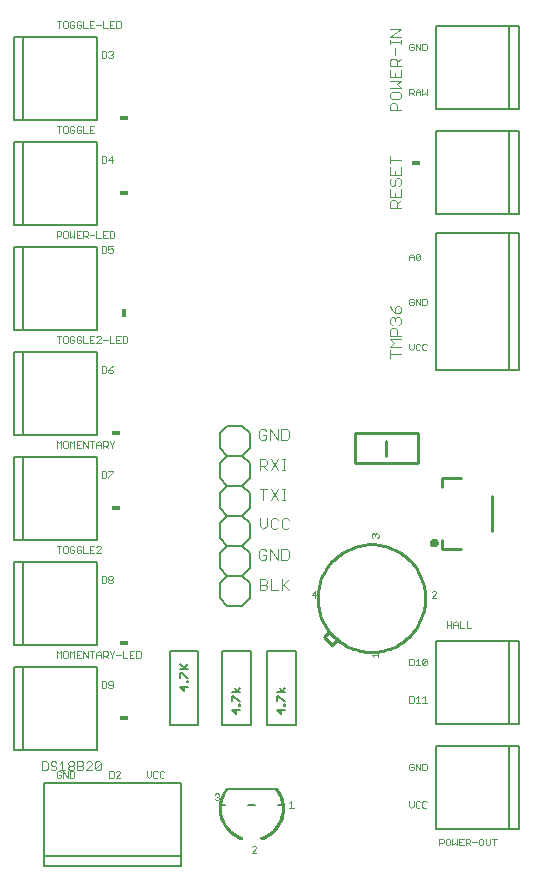
<source format=gto>
G75*
%MOIN*%
%OFA0B0*%
%FSLAX24Y24*%
%IPPOS*%
%LPD*%
%AMOC8*
5,1,8,0,0,1.08239X$1,22.5*
%
%ADD10C,0.0030*%
%ADD11C,0.0020*%
%ADD12C,0.0080*%
%ADD13C,0.0008*%
%ADD14C,0.0100*%
%ADD15C,0.0050*%
%ADD16C,0.0157*%
%ADD17R,0.0300X0.0180*%
%ADD18R,0.0180X0.0300*%
D10*
X001115Y003365D02*
X001260Y003365D01*
X001308Y003413D01*
X001308Y003607D01*
X001260Y003655D01*
X001115Y003655D01*
X001115Y003365D01*
X001410Y003413D02*
X001458Y003365D01*
X001555Y003365D01*
X001603Y003413D01*
X001603Y003462D01*
X001555Y003510D01*
X001458Y003510D01*
X001410Y003558D01*
X001410Y003607D01*
X001458Y003655D01*
X001555Y003655D01*
X001603Y003607D01*
X001704Y003558D02*
X001801Y003655D01*
X001801Y003365D01*
X001704Y003365D02*
X001898Y003365D01*
X001999Y003413D02*
X001999Y003462D01*
X002047Y003510D01*
X002144Y003510D01*
X002192Y003462D01*
X002192Y003413D01*
X002144Y003365D01*
X002047Y003365D01*
X001999Y003413D01*
X002047Y003510D02*
X001999Y003558D01*
X001999Y003607D01*
X002047Y003655D01*
X002144Y003655D01*
X002192Y003607D01*
X002192Y003558D01*
X002144Y003510D01*
X002294Y003510D02*
X002439Y003510D01*
X002487Y003462D01*
X002487Y003413D01*
X002439Y003365D01*
X002294Y003365D01*
X002294Y003655D01*
X002439Y003655D01*
X002487Y003607D01*
X002487Y003558D01*
X002439Y003510D01*
X002588Y003607D02*
X002637Y003655D01*
X002733Y003655D01*
X002782Y003607D01*
X002782Y003558D01*
X002588Y003365D01*
X002782Y003365D01*
X002883Y003413D02*
X003076Y003607D01*
X003076Y003413D01*
X003028Y003365D01*
X002931Y003365D01*
X002883Y003413D01*
X002883Y003607D01*
X002931Y003655D01*
X003028Y003655D01*
X003076Y003607D01*
X008375Y009365D02*
X008560Y009365D01*
X008622Y009427D01*
X008622Y009488D01*
X008560Y009550D01*
X008375Y009550D01*
X008375Y009365D02*
X008375Y009735D01*
X008560Y009735D01*
X008622Y009674D01*
X008622Y009612D01*
X008560Y009550D01*
X008743Y009365D02*
X008990Y009365D01*
X009112Y009365D02*
X009112Y009735D01*
X009173Y009550D02*
X009359Y009365D01*
X009112Y009488D02*
X009359Y009735D01*
X009277Y010365D02*
X009092Y010365D01*
X009092Y010735D01*
X009277Y010735D01*
X009339Y010674D01*
X009339Y010427D01*
X009277Y010365D01*
X008970Y010365D02*
X008970Y010735D01*
X008723Y010735D02*
X008970Y010365D01*
X008723Y010365D02*
X008723Y010735D01*
X008602Y010674D02*
X008540Y010735D01*
X008417Y010735D01*
X008355Y010674D01*
X008355Y010427D01*
X008417Y010365D01*
X008540Y010365D01*
X008602Y010427D01*
X008602Y010550D01*
X008478Y010550D01*
X008498Y011395D02*
X008622Y011518D01*
X008622Y011765D01*
X008743Y011704D02*
X008743Y011457D01*
X008805Y011395D01*
X008928Y011395D01*
X008990Y011457D01*
X009112Y011457D02*
X009173Y011395D01*
X009297Y011395D01*
X009359Y011457D01*
X009359Y011704D02*
X009297Y011765D01*
X009173Y011765D01*
X009112Y011704D01*
X009112Y011457D01*
X008990Y011704D02*
X008928Y011765D01*
X008805Y011765D01*
X008743Y011704D01*
X008498Y011395D02*
X008375Y011518D01*
X008375Y011765D01*
X008498Y012365D02*
X008498Y012735D01*
X008375Y012735D02*
X008622Y012735D01*
X008743Y012735D02*
X008990Y012365D01*
X009112Y012365D02*
X009235Y012365D01*
X009173Y012365D02*
X009173Y012735D01*
X009112Y012735D02*
X009235Y012735D01*
X008990Y012735D02*
X008743Y012365D01*
X008743Y013375D02*
X008990Y013745D01*
X009112Y013745D02*
X009235Y013745D01*
X009173Y013745D02*
X009173Y013375D01*
X009112Y013375D02*
X009235Y013375D01*
X008990Y013375D02*
X008743Y013745D01*
X008622Y013684D02*
X008622Y013560D01*
X008560Y013498D01*
X008375Y013498D01*
X008375Y013375D02*
X008375Y013745D01*
X008560Y013745D01*
X008622Y013684D01*
X008498Y013498D02*
X008622Y013375D01*
X008540Y014365D02*
X008417Y014365D01*
X008355Y014427D01*
X008355Y014674D01*
X008417Y014735D01*
X008540Y014735D01*
X008602Y014674D01*
X008602Y014550D02*
X008478Y014550D01*
X008602Y014550D02*
X008602Y014427D01*
X008540Y014365D01*
X008723Y014365D02*
X008723Y014735D01*
X008970Y014365D01*
X008970Y014735D01*
X009092Y014735D02*
X009277Y014735D01*
X009339Y014674D01*
X009339Y014427D01*
X009277Y014365D01*
X009092Y014365D01*
X009092Y014735D01*
X008743Y009735D02*
X008743Y009365D01*
X012715Y017115D02*
X012715Y017362D01*
X012715Y017483D02*
X012838Y017607D01*
X012715Y017730D01*
X013085Y017730D01*
X013085Y017852D02*
X012715Y017852D01*
X012715Y018037D01*
X012776Y018099D01*
X012900Y018099D01*
X012962Y018037D01*
X012962Y017852D01*
X013023Y018220D02*
X013085Y018282D01*
X013085Y018405D01*
X013023Y018467D01*
X012962Y018467D01*
X012900Y018405D01*
X012900Y018343D01*
X012900Y018405D02*
X012838Y018467D01*
X012776Y018467D01*
X012715Y018405D01*
X012715Y018282D01*
X012776Y018220D01*
X012900Y018588D02*
X012900Y018773D01*
X012962Y018835D01*
X013023Y018835D01*
X013085Y018773D01*
X013085Y018650D01*
X013023Y018588D01*
X012900Y018588D01*
X012776Y018712D01*
X012715Y018835D01*
X012715Y017483D02*
X013085Y017483D01*
X013085Y017238D02*
X012715Y017238D01*
X012715Y022115D02*
X012715Y022300D01*
X012776Y022362D01*
X012900Y022362D01*
X012962Y022300D01*
X012962Y022115D01*
X013085Y022115D02*
X012715Y022115D01*
X012715Y022483D02*
X013085Y022483D01*
X013085Y022730D01*
X013023Y022852D02*
X013085Y022913D01*
X013085Y023037D01*
X013023Y023099D01*
X012962Y023099D01*
X012900Y023037D01*
X012900Y022913D01*
X012838Y022852D01*
X012776Y022852D01*
X012715Y022913D01*
X012715Y023037D01*
X012776Y023099D01*
X012715Y023220D02*
X012715Y023467D01*
X012715Y023588D02*
X012715Y023835D01*
X012715Y023712D02*
X013085Y023712D01*
X013085Y023467D02*
X013085Y023220D01*
X012715Y023220D01*
X012900Y023220D02*
X012900Y023343D01*
X012715Y022730D02*
X012715Y022483D01*
X012900Y022483D02*
X012900Y022607D01*
X013085Y022362D02*
X012962Y022238D01*
X012962Y025365D02*
X012962Y025550D01*
X012900Y025612D01*
X012776Y025612D01*
X012715Y025550D01*
X012715Y025365D01*
X013085Y025365D01*
X013023Y025733D02*
X013085Y025795D01*
X013085Y025918D01*
X013023Y025980D01*
X012776Y025980D01*
X012715Y025918D01*
X012715Y025795D01*
X012776Y025733D01*
X013023Y025733D01*
X013085Y026102D02*
X012962Y026225D01*
X013085Y026349D01*
X012715Y026349D01*
X012715Y026470D02*
X013085Y026470D01*
X013085Y026717D01*
X013085Y026838D02*
X012715Y026838D01*
X012715Y027023D01*
X012776Y027085D01*
X012900Y027085D01*
X012962Y027023D01*
X012962Y026838D01*
X012962Y026962D02*
X013085Y027085D01*
X012900Y027207D02*
X012900Y027453D01*
X013085Y027575D02*
X013085Y027698D01*
X013085Y027637D02*
X012715Y027637D01*
X012715Y027698D02*
X012715Y027575D01*
X012715Y027820D02*
X013085Y028067D01*
X012715Y028067D01*
X012715Y027820D02*
X013085Y027820D01*
X012715Y026717D02*
X012715Y026470D01*
X012900Y026470D02*
X012900Y026593D01*
X012715Y026102D02*
X013085Y026102D01*
D11*
X013360Y026080D02*
X013470Y026080D01*
X013507Y026043D01*
X013507Y025970D01*
X013470Y025933D01*
X013360Y025933D01*
X013360Y025860D02*
X013360Y026080D01*
X013433Y025933D02*
X013507Y025860D01*
X013581Y025860D02*
X013581Y026007D01*
X013654Y026080D01*
X013728Y026007D01*
X013728Y025860D01*
X013802Y025860D02*
X013875Y025933D01*
X013949Y025860D01*
X013949Y026080D01*
X013802Y026080D02*
X013802Y025860D01*
X013728Y025970D02*
X013581Y025970D01*
X013581Y027360D02*
X013581Y027580D01*
X013728Y027360D01*
X013728Y027580D01*
X013802Y027580D02*
X013802Y027360D01*
X013912Y027360D01*
X013949Y027397D01*
X013949Y027543D01*
X013912Y027580D01*
X013802Y027580D01*
X013507Y027543D02*
X013470Y027580D01*
X013397Y027580D01*
X013360Y027543D01*
X013360Y027397D01*
X013397Y027360D01*
X013470Y027360D01*
X013507Y027397D01*
X013507Y027470D01*
X013433Y027470D01*
X013433Y020580D02*
X013360Y020507D01*
X013360Y020360D01*
X013360Y020470D02*
X013507Y020470D01*
X013507Y020507D02*
X013507Y020360D01*
X013581Y020397D02*
X013728Y020543D01*
X013728Y020397D01*
X013691Y020360D01*
X013618Y020360D01*
X013581Y020397D01*
X013581Y020543D01*
X013618Y020580D01*
X013691Y020580D01*
X013728Y020543D01*
X013507Y020507D02*
X013433Y020580D01*
X013397Y019080D02*
X013360Y019043D01*
X013360Y018897D01*
X013397Y018860D01*
X013470Y018860D01*
X013507Y018897D01*
X013507Y018970D01*
X013433Y018970D01*
X013507Y019043D02*
X013470Y019080D01*
X013397Y019080D01*
X013581Y019080D02*
X013581Y018860D01*
X013728Y018860D02*
X013581Y019080D01*
X013728Y019080D02*
X013728Y018860D01*
X013802Y018860D02*
X013802Y019080D01*
X013912Y019080D01*
X013949Y019043D01*
X013949Y018897D01*
X013912Y018860D01*
X013802Y018860D01*
X013839Y017580D02*
X013802Y017543D01*
X013802Y017397D01*
X013839Y017360D01*
X013912Y017360D01*
X013949Y017397D01*
X013949Y017543D02*
X013912Y017580D01*
X013839Y017580D01*
X013728Y017543D02*
X013691Y017580D01*
X013618Y017580D01*
X013581Y017543D01*
X013581Y017397D01*
X013618Y017360D01*
X013691Y017360D01*
X013728Y017397D01*
X013507Y017433D02*
X013507Y017580D01*
X013507Y017433D02*
X013433Y017360D01*
X013360Y017433D01*
X013360Y017580D01*
X012303Y011257D02*
X012340Y011220D01*
X012340Y011147D01*
X012303Y011110D01*
X012230Y011183D02*
X012230Y011220D01*
X012267Y011257D01*
X012303Y011257D01*
X012230Y011220D02*
X012193Y011257D01*
X012157Y011257D01*
X012120Y011220D01*
X012120Y011147D01*
X012157Y011110D01*
X010220Y009330D02*
X010220Y009110D01*
X010257Y009220D02*
X010110Y009220D01*
X010220Y009330D01*
X012110Y007212D02*
X012183Y007139D01*
X012110Y007212D02*
X012330Y007212D01*
X012330Y007139D02*
X012330Y007286D01*
X013360Y007080D02*
X013360Y006860D01*
X013470Y006860D01*
X013507Y006897D01*
X013507Y007043D01*
X013470Y007080D01*
X013360Y007080D01*
X013581Y007007D02*
X013654Y007080D01*
X013654Y006860D01*
X013581Y006860D02*
X013728Y006860D01*
X013802Y006897D02*
X013949Y007043D01*
X013949Y006897D01*
X013912Y006860D01*
X013839Y006860D01*
X013802Y006897D01*
X013802Y007043D01*
X013839Y007080D01*
X013912Y007080D01*
X013949Y007043D01*
X013875Y005830D02*
X013875Y005610D01*
X013802Y005610D02*
X013949Y005610D01*
X013802Y005757D02*
X013875Y005830D01*
X013654Y005830D02*
X013654Y005610D01*
X013581Y005610D02*
X013728Y005610D01*
X013581Y005757D02*
X013654Y005830D01*
X013507Y005793D02*
X013507Y005647D01*
X013470Y005610D01*
X013360Y005610D01*
X013360Y005830D01*
X013470Y005830D01*
X013507Y005793D01*
X013470Y003580D02*
X013397Y003580D01*
X013360Y003543D01*
X013360Y003397D01*
X013397Y003360D01*
X013470Y003360D01*
X013507Y003397D01*
X013507Y003470D01*
X013433Y003470D01*
X013507Y003543D02*
X013470Y003580D01*
X013581Y003580D02*
X013728Y003360D01*
X013728Y003580D01*
X013802Y003580D02*
X013802Y003360D01*
X013912Y003360D01*
X013949Y003397D01*
X013949Y003543D01*
X013912Y003580D01*
X013802Y003580D01*
X013581Y003580D02*
X013581Y003360D01*
X013618Y002330D02*
X013581Y002293D01*
X013581Y002147D01*
X013618Y002110D01*
X013691Y002110D01*
X013728Y002147D01*
X013802Y002147D02*
X013839Y002110D01*
X013912Y002110D01*
X013949Y002147D01*
X013949Y002293D02*
X013912Y002330D01*
X013839Y002330D01*
X013802Y002293D01*
X013802Y002147D01*
X013728Y002293D02*
X013691Y002330D01*
X013618Y002330D01*
X013507Y002330D02*
X013507Y002183D01*
X013433Y002110D01*
X013360Y002183D01*
X013360Y002330D01*
X014360Y001080D02*
X014360Y000860D01*
X014360Y000933D02*
X014470Y000933D01*
X014507Y000970D01*
X014507Y001043D01*
X014470Y001080D01*
X014360Y001080D01*
X014581Y001043D02*
X014581Y000897D01*
X014618Y000860D01*
X014691Y000860D01*
X014728Y000897D01*
X014728Y001043D01*
X014691Y001080D01*
X014618Y001080D01*
X014581Y001043D01*
X014802Y001080D02*
X014802Y000860D01*
X014875Y000933D01*
X014949Y000860D01*
X014949Y001080D01*
X015023Y001080D02*
X015023Y000860D01*
X015170Y000860D01*
X015244Y000860D02*
X015244Y001080D01*
X015354Y001080D01*
X015391Y001043D01*
X015391Y000970D01*
X015354Y000933D01*
X015244Y000933D01*
X015317Y000933D02*
X015391Y000860D01*
X015465Y000970D02*
X015612Y000970D01*
X015686Y000897D02*
X015723Y000860D01*
X015796Y000860D01*
X015833Y000897D01*
X015833Y001043D01*
X015796Y001080D01*
X015723Y001080D01*
X015686Y001043D01*
X015686Y000897D01*
X015907Y000897D02*
X015944Y000860D01*
X016017Y000860D01*
X016054Y000897D01*
X016054Y001080D01*
X016128Y001080D02*
X016275Y001080D01*
X016201Y001080D02*
X016201Y000860D01*
X015907Y000897D02*
X015907Y001080D01*
X015170Y001080D02*
X015023Y001080D01*
X015023Y000970D02*
X015096Y000970D01*
X015052Y008110D02*
X015199Y008110D01*
X015273Y008110D02*
X015420Y008110D01*
X015273Y008110D02*
X015273Y008330D01*
X015052Y008330D02*
X015052Y008110D01*
X014978Y008110D02*
X014978Y008257D01*
X014904Y008330D01*
X014831Y008257D01*
X014831Y008110D01*
X014757Y008110D02*
X014757Y008330D01*
X014757Y008220D02*
X014610Y008220D01*
X014610Y008110D02*
X014610Y008330D01*
X014831Y008220D02*
X014978Y008220D01*
X014257Y009110D02*
X014110Y009110D01*
X014257Y009257D01*
X014257Y009293D01*
X014220Y009330D01*
X014147Y009330D01*
X014110Y009293D01*
X009507Y002110D02*
X009360Y002110D01*
X009433Y002110D02*
X009433Y002330D01*
X009360Y002257D01*
X008220Y000830D02*
X008257Y000793D01*
X008257Y000757D01*
X008110Y000610D01*
X008257Y000610D01*
X008220Y000830D02*
X008147Y000830D01*
X008110Y000793D01*
X006999Y002370D02*
X006926Y002370D01*
X006889Y002407D01*
X006962Y002480D02*
X006999Y002480D01*
X007036Y002443D01*
X007036Y002407D01*
X006999Y002370D01*
X006999Y002480D02*
X007036Y002517D01*
X007036Y002553D01*
X006999Y002590D01*
X006926Y002590D01*
X006889Y002553D01*
X005199Y003147D02*
X005162Y003110D01*
X005089Y003110D01*
X005052Y003147D01*
X005052Y003293D01*
X005089Y003330D01*
X005162Y003330D01*
X005199Y003293D01*
X004978Y003293D02*
X004941Y003330D01*
X004868Y003330D01*
X004831Y003293D01*
X004831Y003147D01*
X004868Y003110D01*
X004941Y003110D01*
X004978Y003147D01*
X004757Y003183D02*
X004757Y003330D01*
X004757Y003183D02*
X004683Y003110D01*
X004610Y003183D01*
X004610Y003330D01*
X003728Y003293D02*
X003691Y003330D01*
X003618Y003330D01*
X003581Y003293D01*
X003507Y003293D02*
X003470Y003330D01*
X003360Y003330D01*
X003360Y003110D01*
X003470Y003110D01*
X003507Y003147D01*
X003507Y003293D01*
X003581Y003110D02*
X003728Y003257D01*
X003728Y003293D01*
X003728Y003110D02*
X003581Y003110D01*
X002199Y003147D02*
X002199Y003293D01*
X002162Y003330D01*
X002052Y003330D01*
X002052Y003110D01*
X002162Y003110D01*
X002199Y003147D01*
X001978Y003110D02*
X001978Y003330D01*
X001831Y003330D02*
X001831Y003110D01*
X001757Y003147D02*
X001757Y003220D01*
X001683Y003220D01*
X001610Y003293D02*
X001610Y003147D01*
X001647Y003110D01*
X001720Y003110D01*
X001757Y003147D01*
X001757Y003293D02*
X001720Y003330D01*
X001647Y003330D01*
X001610Y003293D01*
X001831Y003330D02*
X001978Y003110D01*
X003110Y006110D02*
X003220Y006110D01*
X003257Y006147D01*
X003257Y006293D01*
X003220Y006330D01*
X003110Y006330D01*
X003110Y006110D01*
X003331Y006147D02*
X003368Y006110D01*
X003441Y006110D01*
X003478Y006147D01*
X003478Y006293D01*
X003441Y006330D01*
X003368Y006330D01*
X003331Y006293D01*
X003331Y006257D01*
X003368Y006220D01*
X003478Y006220D01*
X003451Y007110D02*
X003451Y007220D01*
X003525Y007293D01*
X003525Y007330D01*
X003451Y007220D02*
X003378Y007293D01*
X003378Y007330D01*
X003304Y007293D02*
X003304Y007220D01*
X003267Y007183D01*
X003157Y007183D01*
X003157Y007110D02*
X003157Y007330D01*
X003267Y007330D01*
X003304Y007293D01*
X003230Y007183D02*
X003304Y007110D01*
X003599Y007220D02*
X003746Y007220D01*
X003820Y007110D02*
X003967Y007110D01*
X004041Y007110D02*
X004188Y007110D01*
X004262Y007110D02*
X004372Y007110D01*
X004409Y007147D01*
X004409Y007293D01*
X004372Y007330D01*
X004262Y007330D01*
X004262Y007110D01*
X004114Y007220D02*
X004041Y007220D01*
X004041Y007330D02*
X004041Y007110D01*
X004041Y007330D02*
X004188Y007330D01*
X003820Y007330D02*
X003820Y007110D01*
X003083Y007110D02*
X003083Y007257D01*
X003009Y007330D01*
X002936Y007257D01*
X002936Y007110D01*
X002936Y007220D02*
X003083Y007220D01*
X002862Y007330D02*
X002715Y007330D01*
X002788Y007330D02*
X002788Y007110D01*
X002641Y007110D02*
X002641Y007330D01*
X002494Y007330D02*
X002494Y007110D01*
X002420Y007110D02*
X002273Y007110D01*
X002273Y007330D01*
X002420Y007330D01*
X002494Y007330D02*
X002641Y007110D01*
X002346Y007220D02*
X002273Y007220D01*
X002199Y007330D02*
X002199Y007110D01*
X002052Y007110D02*
X002052Y007330D01*
X002125Y007257D01*
X002199Y007330D01*
X001978Y007293D02*
X001978Y007147D01*
X001941Y007110D01*
X001868Y007110D01*
X001831Y007147D01*
X001831Y007293D01*
X001868Y007330D01*
X001941Y007330D01*
X001978Y007293D01*
X001757Y007330D02*
X001757Y007110D01*
X001610Y007110D02*
X001610Y007330D01*
X001683Y007257D01*
X001757Y007330D01*
X003110Y009610D02*
X003220Y009610D01*
X003257Y009647D01*
X003257Y009793D01*
X003220Y009830D01*
X003110Y009830D01*
X003110Y009610D01*
X003331Y009647D02*
X003331Y009683D01*
X003368Y009720D01*
X003441Y009720D01*
X003478Y009683D01*
X003478Y009647D01*
X003441Y009610D01*
X003368Y009610D01*
X003331Y009647D01*
X003368Y009720D02*
X003331Y009757D01*
X003331Y009793D01*
X003368Y009830D01*
X003441Y009830D01*
X003478Y009793D01*
X003478Y009757D01*
X003441Y009720D01*
X003083Y010610D02*
X002936Y010610D01*
X003083Y010757D01*
X003083Y010793D01*
X003046Y010830D01*
X002973Y010830D01*
X002936Y010793D01*
X002862Y010830D02*
X002715Y010830D01*
X002715Y010610D01*
X002862Y010610D01*
X002788Y010720D02*
X002715Y010720D01*
X002641Y010610D02*
X002494Y010610D01*
X002494Y010830D01*
X002420Y010793D02*
X002383Y010830D01*
X002310Y010830D01*
X002273Y010793D01*
X002273Y010647D01*
X002310Y010610D01*
X002383Y010610D01*
X002420Y010647D01*
X002420Y010720D01*
X002346Y010720D01*
X002199Y010720D02*
X002125Y010720D01*
X002199Y010720D02*
X002199Y010647D01*
X002162Y010610D01*
X002089Y010610D01*
X002052Y010647D01*
X002052Y010793D01*
X002089Y010830D01*
X002162Y010830D01*
X002199Y010793D01*
X001978Y010793D02*
X001941Y010830D01*
X001868Y010830D01*
X001831Y010793D01*
X001831Y010647D01*
X001868Y010610D01*
X001941Y010610D01*
X001978Y010647D01*
X001978Y010793D01*
X001757Y010830D02*
X001610Y010830D01*
X001683Y010830D02*
X001683Y010610D01*
X003110Y013110D02*
X003220Y013110D01*
X003257Y013147D01*
X003257Y013293D01*
X003220Y013330D01*
X003110Y013330D01*
X003110Y013110D01*
X003331Y013110D02*
X003331Y013147D01*
X003478Y013293D01*
X003478Y013330D01*
X003331Y013330D01*
X003304Y014110D02*
X003230Y014183D01*
X003267Y014183D02*
X003157Y014183D01*
X003157Y014110D02*
X003157Y014330D01*
X003267Y014330D01*
X003304Y014293D01*
X003304Y014220D01*
X003267Y014183D01*
X003378Y014293D02*
X003451Y014220D01*
X003451Y014110D01*
X003451Y014220D02*
X003525Y014293D01*
X003525Y014330D01*
X003378Y014330D02*
X003378Y014293D01*
X003083Y014257D02*
X003083Y014110D01*
X003083Y014220D02*
X002936Y014220D01*
X002936Y014257D02*
X003009Y014330D01*
X003083Y014257D01*
X002936Y014257D02*
X002936Y014110D01*
X002788Y014110D02*
X002788Y014330D01*
X002715Y014330D02*
X002862Y014330D01*
X002641Y014330D02*
X002641Y014110D01*
X002494Y014330D01*
X002494Y014110D01*
X002420Y014110D02*
X002273Y014110D01*
X002273Y014330D01*
X002420Y014330D01*
X002346Y014220D02*
X002273Y014220D01*
X002199Y014330D02*
X002199Y014110D01*
X002052Y014110D02*
X002052Y014330D01*
X002125Y014257D01*
X002199Y014330D01*
X001978Y014293D02*
X001941Y014330D01*
X001868Y014330D01*
X001831Y014293D01*
X001831Y014147D01*
X001868Y014110D01*
X001941Y014110D01*
X001978Y014147D01*
X001978Y014293D01*
X001757Y014330D02*
X001757Y014110D01*
X001610Y014110D02*
X001610Y014330D01*
X001683Y014257D01*
X001757Y014330D01*
X003110Y016610D02*
X003220Y016610D01*
X003257Y016647D01*
X003257Y016793D01*
X003220Y016830D01*
X003110Y016830D01*
X003110Y016610D01*
X003331Y016647D02*
X003368Y016610D01*
X003441Y016610D01*
X003478Y016647D01*
X003478Y016683D01*
X003441Y016720D01*
X003331Y016720D01*
X003331Y016647D01*
X003331Y016720D02*
X003404Y016793D01*
X003478Y016830D01*
X003525Y017610D02*
X003378Y017610D01*
X003378Y017830D01*
X003304Y017720D02*
X003157Y017720D01*
X003083Y017757D02*
X003083Y017793D01*
X003046Y017830D01*
X002973Y017830D01*
X002936Y017793D01*
X002862Y017830D02*
X002715Y017830D01*
X002715Y017610D01*
X002862Y017610D01*
X002936Y017610D02*
X003083Y017757D01*
X003083Y017610D02*
X002936Y017610D01*
X002788Y017720D02*
X002715Y017720D01*
X002641Y017610D02*
X002494Y017610D01*
X002494Y017830D01*
X002420Y017793D02*
X002383Y017830D01*
X002310Y017830D01*
X002273Y017793D01*
X002273Y017647D01*
X002310Y017610D01*
X002383Y017610D01*
X002420Y017647D01*
X002420Y017720D01*
X002346Y017720D01*
X002199Y017720D02*
X002125Y017720D01*
X002199Y017720D02*
X002199Y017647D01*
X002162Y017610D01*
X002089Y017610D01*
X002052Y017647D01*
X002052Y017793D01*
X002089Y017830D01*
X002162Y017830D01*
X002199Y017793D01*
X001978Y017793D02*
X001941Y017830D01*
X001868Y017830D01*
X001831Y017793D01*
X001831Y017647D01*
X001868Y017610D01*
X001941Y017610D01*
X001978Y017647D01*
X001978Y017793D01*
X001757Y017830D02*
X001610Y017830D01*
X001683Y017830D02*
X001683Y017610D01*
X003110Y020610D02*
X003220Y020610D01*
X003257Y020647D01*
X003257Y020793D01*
X003220Y020830D01*
X003110Y020830D01*
X003110Y020610D01*
X003331Y020647D02*
X003368Y020610D01*
X003441Y020610D01*
X003478Y020647D01*
X003478Y020720D01*
X003441Y020757D01*
X003404Y020757D01*
X003331Y020720D01*
X003331Y020830D01*
X003478Y020830D01*
X003488Y021110D02*
X003378Y021110D01*
X003378Y021330D01*
X003488Y021330D01*
X003525Y021293D01*
X003525Y021147D01*
X003488Y021110D01*
X003304Y021110D02*
X003157Y021110D01*
X003157Y021330D01*
X003304Y021330D01*
X003230Y021220D02*
X003157Y021220D01*
X003083Y021110D02*
X002936Y021110D01*
X002936Y021330D01*
X002862Y021220D02*
X002715Y021220D01*
X002641Y021220D02*
X002604Y021183D01*
X002494Y021183D01*
X002494Y021110D02*
X002494Y021330D01*
X002604Y021330D01*
X002641Y021293D01*
X002641Y021220D01*
X002567Y021183D02*
X002641Y021110D01*
X002420Y021110D02*
X002273Y021110D01*
X002273Y021330D01*
X002420Y021330D01*
X002346Y021220D02*
X002273Y021220D01*
X002199Y021110D02*
X002199Y021330D01*
X002052Y021330D02*
X002052Y021110D01*
X002125Y021183D01*
X002199Y021110D01*
X001978Y021147D02*
X001978Y021293D01*
X001941Y021330D01*
X001868Y021330D01*
X001831Y021293D01*
X001831Y021147D01*
X001868Y021110D01*
X001941Y021110D01*
X001978Y021147D01*
X001757Y021220D02*
X001757Y021293D01*
X001720Y021330D01*
X001610Y021330D01*
X001610Y021110D01*
X001610Y021183D02*
X001720Y021183D01*
X001757Y021220D01*
X003110Y023610D02*
X003220Y023610D01*
X003257Y023647D01*
X003257Y023793D01*
X003220Y023830D01*
X003110Y023830D01*
X003110Y023610D01*
X003331Y023720D02*
X003478Y023720D01*
X003441Y023610D02*
X003441Y023830D01*
X003331Y023720D01*
X002862Y024610D02*
X002715Y024610D01*
X002715Y024830D01*
X002862Y024830D01*
X002788Y024720D02*
X002715Y024720D01*
X002641Y024610D02*
X002494Y024610D01*
X002494Y024830D01*
X002420Y024793D02*
X002383Y024830D01*
X002310Y024830D01*
X002273Y024793D01*
X002273Y024647D01*
X002310Y024610D01*
X002383Y024610D01*
X002420Y024647D01*
X002420Y024720D01*
X002346Y024720D01*
X002199Y024720D02*
X002199Y024647D01*
X002162Y024610D01*
X002089Y024610D01*
X002052Y024647D01*
X002052Y024793D01*
X002089Y024830D01*
X002162Y024830D01*
X002199Y024793D01*
X002199Y024720D02*
X002125Y024720D01*
X001978Y024647D02*
X001978Y024793D01*
X001941Y024830D01*
X001868Y024830D01*
X001831Y024793D01*
X001831Y024647D01*
X001868Y024610D01*
X001941Y024610D01*
X001978Y024647D01*
X001757Y024830D02*
X001610Y024830D01*
X001683Y024830D02*
X001683Y024610D01*
X003110Y027110D02*
X003220Y027110D01*
X003257Y027147D01*
X003257Y027293D01*
X003220Y027330D01*
X003110Y027330D01*
X003110Y027110D01*
X003331Y027147D02*
X003368Y027110D01*
X003441Y027110D01*
X003478Y027147D01*
X003478Y027183D01*
X003441Y027220D01*
X003404Y027220D01*
X003441Y027220D02*
X003478Y027257D01*
X003478Y027293D01*
X003441Y027330D01*
X003368Y027330D01*
X003331Y027293D01*
X003304Y028110D02*
X003157Y028110D01*
X003157Y028330D01*
X003083Y028220D02*
X002936Y028220D01*
X002862Y028110D02*
X002715Y028110D01*
X002715Y028330D01*
X002862Y028330D01*
X002788Y028220D02*
X002715Y028220D01*
X002641Y028110D02*
X002494Y028110D01*
X002494Y028330D01*
X002420Y028293D02*
X002383Y028330D01*
X002310Y028330D01*
X002273Y028293D01*
X002273Y028147D01*
X002310Y028110D01*
X002383Y028110D01*
X002420Y028147D01*
X002420Y028220D01*
X002346Y028220D01*
X002199Y028220D02*
X002125Y028220D01*
X002199Y028220D02*
X002199Y028147D01*
X002162Y028110D01*
X002089Y028110D01*
X002052Y028147D01*
X002052Y028293D01*
X002089Y028330D01*
X002162Y028330D01*
X002199Y028293D01*
X001978Y028293D02*
X001941Y028330D01*
X001868Y028330D01*
X001831Y028293D01*
X001831Y028147D01*
X001868Y028110D01*
X001941Y028110D01*
X001978Y028147D01*
X001978Y028293D01*
X001757Y028330D02*
X001610Y028330D01*
X001683Y028330D02*
X001683Y028110D01*
X003378Y028110D02*
X003525Y028110D01*
X003599Y028110D02*
X003709Y028110D01*
X003746Y028147D01*
X003746Y028293D01*
X003709Y028330D01*
X003599Y028330D01*
X003599Y028110D01*
X003451Y028220D02*
X003378Y028220D01*
X003378Y028330D02*
X003378Y028110D01*
X003378Y028330D02*
X003525Y028330D01*
X003599Y017830D02*
X003599Y017610D01*
X003746Y017610D01*
X003820Y017610D02*
X003820Y017830D01*
X003930Y017830D01*
X003967Y017793D01*
X003967Y017647D01*
X003930Y017610D01*
X003820Y017610D01*
X003672Y017720D02*
X003599Y017720D01*
X003599Y017830D02*
X003746Y017830D01*
D12*
X001194Y000498D02*
X001194Y000183D01*
X005761Y000183D01*
X005761Y000498D01*
X001194Y000498D01*
X001194Y002939D01*
X005761Y002939D01*
X005761Y000498D01*
X007055Y002200D02*
X007213Y002200D01*
X007275Y002750D02*
X008925Y002750D01*
X008987Y002200D02*
X009145Y002200D01*
X008213Y002200D02*
X007987Y002200D01*
X008072Y004860D02*
X007128Y004860D01*
X007128Y007340D01*
X008072Y007340D01*
X008072Y004860D01*
X008628Y004860D02*
X008628Y007340D01*
X009572Y007340D01*
X009572Y004860D01*
X008628Y004860D01*
X006322Y004860D02*
X005378Y004860D01*
X005378Y007340D01*
X006322Y007340D01*
X006322Y004860D01*
X007290Y008850D02*
X007040Y009100D01*
X007040Y009600D01*
X007290Y009850D01*
X007790Y009850D01*
X008040Y009600D01*
X008040Y009100D01*
X007790Y008850D01*
X007290Y008850D01*
X007290Y009850D02*
X007040Y010100D01*
X007040Y010600D01*
X007290Y010850D01*
X007790Y010850D01*
X008040Y010600D01*
X008040Y010100D01*
X007790Y009850D01*
X007790Y010850D02*
X008040Y011100D01*
X008040Y011600D01*
X007790Y011850D01*
X007290Y011850D01*
X007040Y012100D01*
X007040Y012600D01*
X007290Y012850D01*
X007790Y012850D01*
X008040Y012600D01*
X008040Y012100D01*
X007790Y011850D01*
X007290Y011850D02*
X007040Y011600D01*
X007040Y011100D01*
X007290Y010850D01*
X007290Y012850D02*
X007040Y013100D01*
X007040Y013600D01*
X007290Y013850D01*
X007790Y013850D01*
X008040Y013600D01*
X008040Y013100D01*
X007790Y012850D01*
X007790Y013850D02*
X008040Y014100D01*
X008040Y014600D01*
X007790Y014850D01*
X007290Y014850D01*
X007040Y014600D01*
X007040Y014100D01*
X007290Y013850D01*
X002939Y013789D02*
X002939Y011033D01*
X000498Y011033D01*
X000498Y013789D01*
X002939Y013789D01*
X002939Y014533D02*
X000498Y014533D01*
X000498Y017289D01*
X002939Y017289D01*
X002939Y014533D01*
X002939Y018033D02*
X000498Y018033D01*
X000498Y020789D01*
X002939Y020789D01*
X002939Y018033D01*
X002939Y021533D02*
X000498Y021533D01*
X000498Y024289D01*
X002939Y024289D01*
X002939Y021533D01*
X002939Y025033D02*
X000498Y025033D01*
X000498Y027789D01*
X002939Y027789D01*
X002939Y025033D01*
X000498Y025033D02*
X000183Y025033D01*
X000183Y027789D01*
X000498Y027789D01*
X000498Y024289D02*
X000183Y024289D01*
X000183Y021533D01*
X000498Y021533D01*
X000498Y020789D02*
X000183Y020789D01*
X000183Y018033D01*
X000498Y018033D01*
X000498Y017289D02*
X000183Y017289D01*
X000183Y014533D01*
X000498Y014533D01*
X000498Y013789D02*
X000183Y013789D01*
X000183Y011033D01*
X000498Y011033D01*
X000498Y010289D02*
X000183Y010289D01*
X000183Y007533D01*
X000498Y007533D01*
X000498Y010289D01*
X002939Y010289D01*
X002939Y007533D01*
X000498Y007533D01*
X000498Y006789D02*
X000183Y006789D01*
X000183Y004033D01*
X000498Y004033D01*
X000498Y006789D01*
X002939Y006789D01*
X002939Y004033D01*
X000498Y004033D01*
X014261Y004167D02*
X014261Y001411D01*
X016702Y001411D01*
X016702Y004167D01*
X017017Y004167D01*
X017017Y001411D01*
X016702Y001411D01*
X016702Y004167D02*
X014261Y004167D01*
X014261Y004911D02*
X016702Y004911D01*
X016702Y007667D01*
X017017Y007667D01*
X017017Y004911D01*
X016702Y004911D01*
X016702Y007667D02*
X014261Y007667D01*
X014261Y004911D01*
X014261Y016694D02*
X016702Y016694D01*
X016702Y021261D01*
X017017Y021261D01*
X017017Y016694D01*
X016702Y016694D01*
X014261Y016694D02*
X014261Y021261D01*
X016702Y021261D01*
X016702Y021911D02*
X016702Y024667D01*
X017017Y024667D01*
X017017Y021911D01*
X016702Y021911D01*
X014261Y021911D01*
X014261Y024667D01*
X016702Y024667D01*
X016702Y025411D02*
X016702Y028167D01*
X017017Y028167D01*
X017017Y025411D01*
X016702Y025411D01*
X014261Y025411D01*
X014261Y028167D01*
X016702Y028167D01*
D13*
X007245Y002769D02*
X007302Y002724D01*
X007301Y002725D02*
X007265Y002675D01*
X007232Y002624D01*
X007202Y002571D01*
X007175Y002515D01*
X007152Y002459D01*
X007132Y002401D01*
X007115Y002342D01*
X007103Y002282D01*
X007093Y002222D01*
X007088Y002161D01*
X007086Y002100D01*
X007088Y002039D01*
X007093Y001978D01*
X007103Y001917D01*
X007115Y001857D01*
X007132Y001798D01*
X007152Y001741D01*
X007175Y001684D01*
X007202Y001629D01*
X007232Y001576D01*
X007265Y001524D01*
X007301Y001475D01*
X007341Y001428D01*
X007383Y001383D01*
X007427Y001341D01*
X007474Y001302D01*
X007523Y001266D01*
X007575Y001233D01*
X007628Y001203D01*
X007683Y001176D01*
X007739Y001152D01*
X007797Y001132D01*
X007776Y001064D01*
X007776Y001063D01*
X007714Y001085D01*
X007654Y001110D01*
X007595Y001139D01*
X007538Y001171D01*
X007483Y001207D01*
X007430Y001246D01*
X007379Y001288D01*
X007332Y001332D01*
X007287Y001380D01*
X007245Y001431D01*
X007206Y001483D01*
X007170Y001538D01*
X007138Y001596D01*
X007110Y001654D01*
X007085Y001715D01*
X007063Y001777D01*
X007046Y001840D01*
X007032Y001904D01*
X007022Y001969D01*
X007016Y002034D01*
X007014Y002100D01*
X007016Y002165D01*
X007022Y002231D01*
X007032Y002295D01*
X007045Y002360D01*
X007063Y002423D01*
X007084Y002485D01*
X007109Y002545D01*
X007138Y002604D01*
X007170Y002661D01*
X007206Y002716D01*
X007245Y002769D01*
X007250Y002765D01*
X007212Y002712D01*
X007176Y002658D01*
X007144Y002601D01*
X007116Y002542D01*
X007091Y002482D01*
X007070Y002421D01*
X007052Y002358D01*
X007039Y002294D01*
X007029Y002230D01*
X007023Y002165D01*
X007021Y002100D01*
X007023Y002035D01*
X007029Y001970D01*
X007039Y001905D01*
X007052Y001842D01*
X007070Y001779D01*
X007091Y001718D01*
X007116Y001657D01*
X007144Y001599D01*
X007176Y001542D01*
X007212Y001487D01*
X007250Y001435D01*
X007292Y001385D01*
X007337Y001337D01*
X007384Y001293D01*
X007434Y001251D01*
X007486Y001212D01*
X007541Y001177D01*
X007598Y001145D01*
X007656Y001116D01*
X007717Y001091D01*
X007778Y001070D01*
X007780Y001077D01*
X007719Y001098D01*
X007659Y001123D01*
X007601Y001151D01*
X007545Y001183D01*
X007490Y001218D01*
X007438Y001257D01*
X007389Y001298D01*
X007342Y001342D01*
X007297Y001389D01*
X007256Y001439D01*
X007218Y001491D01*
X007182Y001546D01*
X007151Y001602D01*
X007122Y001660D01*
X007098Y001720D01*
X007077Y001781D01*
X007059Y001843D01*
X007046Y001907D01*
X007036Y001971D01*
X007030Y002035D01*
X007028Y002100D01*
X007030Y002164D01*
X007036Y002229D01*
X007045Y002293D01*
X007059Y002356D01*
X007076Y002418D01*
X007097Y002480D01*
X007122Y002539D01*
X007150Y002598D01*
X007182Y002654D01*
X007217Y002708D01*
X007256Y002760D01*
X007261Y002756D01*
X007223Y002704D01*
X007188Y002650D01*
X007157Y002594D01*
X007129Y002537D01*
X007104Y002477D01*
X007083Y002416D01*
X007066Y002354D01*
X007052Y002292D01*
X007043Y002228D01*
X007037Y002164D01*
X007035Y002100D01*
X007037Y002036D01*
X007043Y001972D01*
X007052Y001908D01*
X007066Y001845D01*
X007083Y001783D01*
X007104Y001722D01*
X007129Y001663D01*
X007157Y001605D01*
X007188Y001549D01*
X007223Y001495D01*
X007261Y001444D01*
X007303Y001394D01*
X007347Y001347D01*
X007393Y001303D01*
X007443Y001262D01*
X007494Y001224D01*
X007548Y001189D01*
X007604Y001157D01*
X007662Y001129D01*
X007721Y001105D01*
X007782Y001084D01*
X007784Y001090D01*
X007724Y001111D01*
X007665Y001136D01*
X007608Y001164D01*
X007552Y001195D01*
X007498Y001230D01*
X007447Y001268D01*
X007398Y001308D01*
X007351Y001352D01*
X007308Y001399D01*
X007267Y001448D01*
X007229Y001499D01*
X007194Y001553D01*
X007163Y001609D01*
X007135Y001666D01*
X007111Y001725D01*
X007090Y001785D01*
X007073Y001847D01*
X007059Y001909D01*
X007050Y001972D01*
X007044Y002036D01*
X007042Y002100D01*
X007044Y002164D01*
X007050Y002227D01*
X007059Y002290D01*
X007073Y002353D01*
X007090Y002414D01*
X007111Y002475D01*
X007135Y002534D01*
X007163Y002591D01*
X007194Y002647D01*
X007229Y002700D01*
X007267Y002752D01*
X007272Y002747D01*
X007235Y002696D01*
X007200Y002643D01*
X007169Y002588D01*
X007141Y002531D01*
X007117Y002472D01*
X007096Y002412D01*
X007079Y002351D01*
X007066Y002289D01*
X007057Y002226D01*
X007051Y002163D01*
X007049Y002100D01*
X007051Y002036D01*
X007057Y001973D01*
X007066Y001911D01*
X007080Y001849D01*
X007097Y001787D01*
X007117Y001727D01*
X007142Y001669D01*
X007169Y001612D01*
X007200Y001557D01*
X007235Y001503D01*
X007272Y001452D01*
X007313Y001403D01*
X007356Y001357D01*
X007403Y001314D01*
X007451Y001273D01*
X007502Y001235D01*
X007556Y001201D01*
X007611Y001170D01*
X007668Y001142D01*
X007726Y001118D01*
X007786Y001097D01*
X007788Y001104D01*
X007729Y001124D01*
X007671Y001148D01*
X007614Y001176D01*
X007559Y001207D01*
X007506Y001241D01*
X007456Y001279D01*
X007407Y001319D01*
X007361Y001362D01*
X007318Y001408D01*
X007278Y001457D01*
X007241Y001507D01*
X007206Y001560D01*
X007175Y001615D01*
X007148Y001672D01*
X007124Y001730D01*
X007103Y001789D01*
X007086Y001850D01*
X007073Y001912D01*
X007064Y001974D01*
X007058Y002037D01*
X007056Y002100D01*
X007058Y002163D01*
X007064Y002225D01*
X007073Y002288D01*
X007086Y002349D01*
X007103Y002410D01*
X007124Y002470D01*
X007148Y002528D01*
X007175Y002585D01*
X007206Y002639D01*
X007240Y002692D01*
X007278Y002743D01*
X007283Y002739D01*
X007246Y002688D01*
X007212Y002636D01*
X007181Y002581D01*
X007154Y002525D01*
X007130Y002467D01*
X007110Y002408D01*
X007093Y002348D01*
X007080Y002287D01*
X007071Y002225D01*
X007065Y002162D01*
X007063Y002100D01*
X007065Y002037D01*
X007071Y001975D01*
X007080Y001913D01*
X007093Y001852D01*
X007110Y001792D01*
X007130Y001732D01*
X007154Y001675D01*
X007182Y001618D01*
X007212Y001564D01*
X007246Y001511D01*
X007283Y001461D01*
X007323Y001413D01*
X007366Y001367D01*
X007412Y001324D01*
X007460Y001284D01*
X007510Y001247D01*
X007563Y001213D01*
X007617Y001182D01*
X007674Y001155D01*
X007731Y001131D01*
X007790Y001110D01*
X007793Y001117D01*
X007734Y001137D01*
X007676Y001161D01*
X007621Y001188D01*
X007566Y001219D01*
X007514Y001253D01*
X007464Y001290D01*
X007416Y001329D01*
X007371Y001372D01*
X007329Y001417D01*
X007289Y001465D01*
X007252Y001515D01*
X007218Y001567D01*
X007188Y001622D01*
X007161Y001677D01*
X007137Y001735D01*
X007117Y001794D01*
X007100Y001854D01*
X007087Y001914D01*
X007078Y001976D01*
X007072Y002038D01*
X007070Y002100D01*
X007072Y002162D01*
X007077Y002224D01*
X007087Y002285D01*
X007100Y002346D01*
X007116Y002406D01*
X007137Y002465D01*
X007160Y002522D01*
X007188Y002578D01*
X007218Y002632D01*
X007252Y002684D01*
X007289Y002734D01*
X007294Y002730D01*
X007258Y002680D01*
X007224Y002629D01*
X007194Y002575D01*
X007167Y002519D01*
X007143Y002462D01*
X007123Y002404D01*
X007107Y002344D01*
X007094Y002284D01*
X007084Y002223D01*
X007079Y002161D01*
X007077Y002100D01*
X007079Y002038D01*
X007084Y001977D01*
X007094Y001916D01*
X007107Y001855D01*
X007123Y001796D01*
X007143Y001737D01*
X007167Y001680D01*
X007194Y001625D01*
X007224Y001571D01*
X007258Y001519D01*
X007294Y001469D01*
X007334Y001422D01*
X007376Y001377D01*
X007421Y001335D01*
X007469Y001295D01*
X007518Y001259D01*
X007570Y001225D01*
X007624Y001195D01*
X007679Y001168D01*
X007736Y001144D01*
X007795Y001124D01*
X007797Y001130D01*
X007739Y001150D01*
X007682Y001174D01*
X007627Y001201D01*
X007574Y001231D01*
X007522Y001264D01*
X007473Y001301D01*
X007426Y001340D01*
X007381Y001382D01*
X007339Y001427D01*
X007300Y001474D01*
X007264Y001523D01*
X007230Y001575D01*
X007200Y001628D01*
X007173Y001683D01*
X007150Y001740D01*
X007130Y001798D01*
X007114Y001857D01*
X007101Y001917D01*
X007091Y001977D01*
X007086Y002038D01*
X007084Y002100D01*
X007086Y002161D01*
X007091Y002222D01*
X007101Y002283D01*
X007113Y002343D01*
X007130Y002402D01*
X007150Y002460D01*
X007173Y002516D01*
X007200Y002571D01*
X007230Y002625D01*
X007263Y002676D01*
X007300Y002726D01*
X008423Y001064D02*
X008402Y001133D01*
X008403Y001132D02*
X008461Y001152D01*
X008517Y001176D01*
X008572Y001203D01*
X008625Y001233D01*
X008677Y001266D01*
X008726Y001302D01*
X008773Y001341D01*
X008817Y001383D01*
X008859Y001428D01*
X008898Y001475D01*
X008935Y001524D01*
X008968Y001576D01*
X008998Y001629D01*
X009025Y001684D01*
X009048Y001741D01*
X009068Y001798D01*
X009085Y001857D01*
X009097Y001917D01*
X009107Y001978D01*
X009112Y002039D01*
X009114Y002100D01*
X009112Y002161D01*
X009107Y002222D01*
X009097Y002282D01*
X009085Y002342D01*
X009068Y002401D01*
X009048Y002459D01*
X009025Y002515D01*
X008998Y002571D01*
X008968Y002624D01*
X008935Y002675D01*
X008899Y002725D01*
X008955Y002769D01*
X008994Y002716D01*
X009030Y002661D01*
X009062Y002604D01*
X009091Y002545D01*
X009116Y002485D01*
X009137Y002423D01*
X009155Y002359D01*
X009168Y002295D01*
X009178Y002231D01*
X009184Y002165D01*
X009186Y002100D01*
X009184Y002034D01*
X009178Y001969D01*
X009168Y001904D01*
X009154Y001840D01*
X009137Y001777D01*
X009115Y001715D01*
X009090Y001654D01*
X009062Y001596D01*
X009030Y001538D01*
X008994Y001483D01*
X008955Y001431D01*
X008913Y001380D01*
X008868Y001332D01*
X008821Y001287D01*
X008770Y001246D01*
X008717Y001207D01*
X008662Y001171D01*
X008605Y001139D01*
X008546Y001110D01*
X008486Y001085D01*
X008424Y001063D01*
X008422Y001070D01*
X008483Y001091D01*
X008544Y001116D01*
X008602Y001145D01*
X008659Y001177D01*
X008714Y001212D01*
X008766Y001251D01*
X008816Y001293D01*
X008863Y001337D01*
X008908Y001385D01*
X008950Y001435D01*
X008988Y001487D01*
X009024Y001542D01*
X009056Y001599D01*
X009084Y001657D01*
X009109Y001718D01*
X009130Y001779D01*
X009148Y001842D01*
X009161Y001905D01*
X009171Y001970D01*
X009177Y002035D01*
X009179Y002100D01*
X009177Y002165D01*
X009171Y002230D01*
X009161Y002294D01*
X009148Y002358D01*
X009130Y002421D01*
X009109Y002482D01*
X009084Y002542D01*
X009056Y002601D01*
X009024Y002658D01*
X008988Y002712D01*
X008950Y002765D01*
X008944Y002760D01*
X008983Y002708D01*
X009018Y002654D01*
X009050Y002598D01*
X009078Y002539D01*
X009103Y002480D01*
X009124Y002418D01*
X009141Y002356D01*
X009155Y002293D01*
X009164Y002229D01*
X009170Y002164D01*
X009172Y002100D01*
X009170Y002035D01*
X009164Y001971D01*
X009154Y001907D01*
X009141Y001843D01*
X009123Y001781D01*
X009102Y001720D01*
X009078Y001660D01*
X009049Y001602D01*
X009018Y001546D01*
X008982Y001491D01*
X008944Y001439D01*
X008903Y001389D01*
X008858Y001342D01*
X008811Y001298D01*
X008762Y001257D01*
X008710Y001218D01*
X008655Y001183D01*
X008599Y001151D01*
X008541Y001123D01*
X008481Y001098D01*
X008420Y001077D01*
X008418Y001084D01*
X008479Y001105D01*
X008538Y001129D01*
X008596Y001157D01*
X008652Y001189D01*
X008706Y001224D01*
X008757Y001262D01*
X008807Y001303D01*
X008853Y001347D01*
X008897Y001394D01*
X008939Y001444D01*
X008977Y001495D01*
X009012Y001549D01*
X009043Y001605D01*
X009071Y001663D01*
X009096Y001722D01*
X009117Y001783D01*
X009134Y001845D01*
X009148Y001908D01*
X009157Y001972D01*
X009163Y002036D01*
X009165Y002100D01*
X009163Y002164D01*
X009157Y002228D01*
X009148Y002292D01*
X009134Y002354D01*
X009117Y002416D01*
X009096Y002477D01*
X009071Y002537D01*
X009043Y002594D01*
X009012Y002650D01*
X008977Y002704D01*
X008939Y002756D01*
X008933Y002752D01*
X008971Y002700D01*
X009006Y002647D01*
X009037Y002591D01*
X009065Y002534D01*
X009089Y002475D01*
X009110Y002414D01*
X009127Y002353D01*
X009141Y002290D01*
X009150Y002227D01*
X009156Y002164D01*
X009158Y002100D01*
X009156Y002036D01*
X009150Y001972D01*
X009141Y001909D01*
X009127Y001847D01*
X009110Y001785D01*
X009089Y001725D01*
X009065Y001666D01*
X009037Y001609D01*
X009006Y001553D01*
X008971Y001499D01*
X008933Y001448D01*
X008892Y001399D01*
X008849Y001352D01*
X008802Y001308D01*
X008753Y001268D01*
X008702Y001230D01*
X008648Y001195D01*
X008592Y001164D01*
X008535Y001136D01*
X008476Y001111D01*
X008416Y001090D01*
X008414Y001097D01*
X008474Y001118D01*
X008532Y001142D01*
X008589Y001170D01*
X008644Y001201D01*
X008698Y001235D01*
X008749Y001273D01*
X008797Y001314D01*
X008844Y001357D01*
X008887Y001403D01*
X008928Y001452D01*
X008965Y001503D01*
X009000Y001557D01*
X009031Y001612D01*
X009058Y001669D01*
X009083Y001727D01*
X009103Y001787D01*
X009120Y001848D01*
X009134Y001911D01*
X009143Y001973D01*
X009149Y002036D01*
X009151Y002100D01*
X009149Y002163D01*
X009143Y002226D01*
X009134Y002289D01*
X009121Y002351D01*
X009104Y002412D01*
X009083Y002472D01*
X009059Y002531D01*
X009031Y002588D01*
X009000Y002643D01*
X008965Y002696D01*
X008928Y002747D01*
X008922Y002743D01*
X008960Y002692D01*
X008994Y002639D01*
X009025Y002585D01*
X009052Y002528D01*
X009076Y002470D01*
X009097Y002410D01*
X009114Y002349D01*
X009127Y002288D01*
X009136Y002225D01*
X009142Y002163D01*
X009144Y002100D01*
X009142Y002037D01*
X009136Y001974D01*
X009127Y001912D01*
X009114Y001850D01*
X009097Y001789D01*
X009076Y001730D01*
X009052Y001672D01*
X009025Y001615D01*
X008994Y001560D01*
X008959Y001507D01*
X008922Y001456D01*
X008882Y001408D01*
X008839Y001362D01*
X008793Y001319D01*
X008744Y001279D01*
X008694Y001241D01*
X008641Y001207D01*
X008586Y001176D01*
X008529Y001148D01*
X008471Y001124D01*
X008412Y001104D01*
X008410Y001110D01*
X008469Y001131D01*
X008526Y001155D01*
X008583Y001182D01*
X008637Y001213D01*
X008690Y001247D01*
X008740Y001284D01*
X008788Y001324D01*
X008834Y001367D01*
X008877Y001413D01*
X008917Y001461D01*
X008954Y001511D01*
X008988Y001564D01*
X009018Y001618D01*
X009046Y001675D01*
X009070Y001732D01*
X009090Y001792D01*
X009107Y001852D01*
X009120Y001913D01*
X009129Y001975D01*
X009135Y002037D01*
X009137Y002100D01*
X009135Y002162D01*
X009129Y002225D01*
X009120Y002286D01*
X009107Y002348D01*
X009090Y002408D01*
X009070Y002467D01*
X009046Y002525D01*
X009019Y002581D01*
X008988Y002636D01*
X008954Y002688D01*
X008917Y002739D01*
X008911Y002734D01*
X008948Y002684D01*
X008982Y002632D01*
X009012Y002578D01*
X009040Y002522D01*
X009063Y002465D01*
X009084Y002406D01*
X009100Y002346D01*
X009113Y002285D01*
X009123Y002224D01*
X009128Y002162D01*
X009130Y002100D01*
X009128Y002038D01*
X009122Y001976D01*
X009113Y001914D01*
X009100Y001854D01*
X009083Y001794D01*
X009063Y001735D01*
X009039Y001677D01*
X009012Y001622D01*
X008982Y001567D01*
X008948Y001515D01*
X008911Y001465D01*
X008871Y001417D01*
X008829Y001372D01*
X008784Y001329D01*
X008736Y001290D01*
X008686Y001253D01*
X008634Y001219D01*
X008579Y001188D01*
X008524Y001161D01*
X008466Y001137D01*
X008407Y001117D01*
X008405Y001124D01*
X008464Y001144D01*
X008521Y001168D01*
X008576Y001195D01*
X008630Y001225D01*
X008682Y001259D01*
X008731Y001295D01*
X008779Y001335D01*
X008824Y001377D01*
X008866Y001422D01*
X008906Y001469D01*
X008942Y001519D01*
X008976Y001571D01*
X009006Y001625D01*
X009033Y001680D01*
X009057Y001737D01*
X009077Y001796D01*
X009093Y001855D01*
X009106Y001916D01*
X009116Y001977D01*
X009121Y002038D01*
X009123Y002100D01*
X009121Y002161D01*
X009116Y002223D01*
X009106Y002284D01*
X009093Y002344D01*
X009077Y002404D01*
X009057Y002462D01*
X009033Y002519D01*
X009006Y002575D01*
X008976Y002629D01*
X008942Y002680D01*
X008906Y002730D01*
X008900Y002726D01*
X008937Y002676D01*
X008970Y002625D01*
X009000Y002571D01*
X009027Y002516D01*
X009050Y002460D01*
X009070Y002402D01*
X009087Y002343D01*
X009099Y002283D01*
X009109Y002222D01*
X009114Y002161D01*
X009116Y002100D01*
X009114Y002038D01*
X009109Y001977D01*
X009099Y001917D01*
X009086Y001857D01*
X009070Y001798D01*
X009050Y001740D01*
X009027Y001683D01*
X009000Y001628D01*
X008970Y001575D01*
X008936Y001523D01*
X008900Y001474D01*
X008861Y001427D01*
X008819Y001382D01*
X008774Y001340D01*
X008727Y001301D01*
X008678Y001264D01*
X008626Y001231D01*
X008573Y001201D01*
X008518Y001174D01*
X008461Y001150D01*
X008403Y001130D01*
D14*
X010772Y007533D02*
X010508Y007797D01*
X010521Y007811D02*
X010688Y007978D01*
X010953Y007714D02*
X010786Y007547D01*
X010307Y009100D02*
X010309Y009184D01*
X010315Y009268D01*
X010325Y009351D01*
X010338Y009434D01*
X010356Y009517D01*
X010377Y009598D01*
X010403Y009678D01*
X010432Y009757D01*
X010464Y009834D01*
X010501Y009910D01*
X010540Y009984D01*
X010583Y010056D01*
X010630Y010127D01*
X010680Y010194D01*
X010733Y010260D01*
X010788Y010322D01*
X010847Y010383D01*
X010909Y010440D01*
X010973Y010494D01*
X011039Y010546D01*
X011108Y010594D01*
X011179Y010639D01*
X011252Y010680D01*
X011327Y010718D01*
X011404Y010752D01*
X011482Y010783D01*
X011562Y010810D01*
X011643Y010834D01*
X011724Y010853D01*
X011807Y010869D01*
X011890Y010881D01*
X011974Y010889D01*
X012058Y010893D01*
X012142Y010893D01*
X012226Y010889D01*
X012310Y010881D01*
X012393Y010869D01*
X012476Y010853D01*
X012557Y010834D01*
X012638Y010810D01*
X012718Y010783D01*
X012796Y010752D01*
X012873Y010718D01*
X012948Y010680D01*
X013021Y010639D01*
X013092Y010594D01*
X013161Y010546D01*
X013227Y010494D01*
X013291Y010440D01*
X013353Y010383D01*
X013412Y010322D01*
X013467Y010260D01*
X013520Y010194D01*
X013570Y010127D01*
X013617Y010056D01*
X013660Y009984D01*
X013699Y009910D01*
X013736Y009834D01*
X013768Y009757D01*
X013797Y009678D01*
X013823Y009598D01*
X013844Y009517D01*
X013862Y009434D01*
X013875Y009351D01*
X013885Y009268D01*
X013891Y009184D01*
X013893Y009100D01*
X013891Y009016D01*
X013885Y008932D01*
X013875Y008849D01*
X013862Y008766D01*
X013844Y008683D01*
X013823Y008602D01*
X013797Y008522D01*
X013768Y008443D01*
X013736Y008366D01*
X013699Y008290D01*
X013660Y008216D01*
X013617Y008144D01*
X013570Y008073D01*
X013520Y008006D01*
X013467Y007940D01*
X013412Y007878D01*
X013353Y007817D01*
X013291Y007760D01*
X013227Y007706D01*
X013161Y007654D01*
X013092Y007606D01*
X013021Y007561D01*
X012948Y007520D01*
X012873Y007482D01*
X012796Y007448D01*
X012718Y007417D01*
X012638Y007390D01*
X012557Y007366D01*
X012476Y007347D01*
X012393Y007331D01*
X012310Y007319D01*
X012226Y007311D01*
X012142Y007307D01*
X012058Y007307D01*
X011974Y007311D01*
X011890Y007319D01*
X011807Y007331D01*
X011724Y007347D01*
X011643Y007366D01*
X011562Y007390D01*
X011482Y007417D01*
X011404Y007448D01*
X011327Y007482D01*
X011252Y007520D01*
X011179Y007561D01*
X011108Y007606D01*
X011039Y007654D01*
X010973Y007706D01*
X010909Y007760D01*
X010847Y007817D01*
X010788Y007878D01*
X010733Y007940D01*
X010680Y008006D01*
X010630Y008073D01*
X010583Y008144D01*
X010540Y008216D01*
X010501Y008290D01*
X010464Y008366D01*
X010432Y008443D01*
X010403Y008522D01*
X010377Y008602D01*
X010356Y008683D01*
X010338Y008766D01*
X010325Y008849D01*
X010315Y008932D01*
X010309Y009016D01*
X010307Y009100D01*
X011550Y013600D02*
X011550Y014600D01*
X013650Y014600D01*
X013650Y013600D01*
X011550Y013600D01*
X012600Y013850D02*
X012600Y014350D01*
X014438Y013111D02*
X014438Y012816D01*
X014438Y013111D02*
X015087Y013111D01*
X016111Y012521D02*
X016111Y011339D01*
X015087Y010749D02*
X014438Y010749D01*
X014438Y011044D01*
D15*
X009225Y006097D02*
X009135Y005962D01*
X009045Y006097D01*
X008955Y005962D02*
X009225Y005962D01*
X009000Y005847D02*
X009180Y005667D01*
X009225Y005667D01*
X009225Y005565D02*
X009225Y005520D01*
X009180Y005520D01*
X009180Y005565D01*
X009225Y005565D01*
X009225Y005360D02*
X008955Y005360D01*
X009090Y005225D01*
X009090Y005405D01*
X008955Y005667D02*
X008955Y005847D01*
X009000Y005847D01*
X007725Y005962D02*
X007455Y005962D01*
X007455Y005847D02*
X007500Y005847D01*
X007680Y005667D01*
X007725Y005667D01*
X007725Y005565D02*
X007725Y005520D01*
X007680Y005520D01*
X007680Y005565D01*
X007725Y005565D01*
X007725Y005360D02*
X007455Y005360D01*
X007590Y005225D01*
X007590Y005405D01*
X007455Y005667D02*
X007455Y005847D01*
X007635Y005962D02*
X007545Y006097D01*
X007635Y005962D02*
X007725Y006097D01*
X005995Y006129D02*
X005725Y006129D01*
X005860Y005994D01*
X005860Y006174D01*
X005950Y006288D02*
X005950Y006333D01*
X005995Y006333D01*
X005995Y006288D01*
X005950Y006288D01*
X005950Y006436D02*
X005995Y006436D01*
X005950Y006436D02*
X005770Y006616D01*
X005725Y006616D01*
X005725Y006436D01*
X005725Y006730D02*
X005995Y006730D01*
X005905Y006730D02*
X005725Y006911D01*
X005860Y006775D02*
X005995Y006911D01*
D16*
X014126Y010946D02*
X014128Y010960D01*
X014134Y010974D01*
X014142Y010986D01*
X014154Y010994D01*
X014168Y011000D01*
X014182Y011002D01*
X014196Y011000D01*
X014210Y010994D01*
X014222Y010986D01*
X014230Y010974D01*
X014236Y010960D01*
X014238Y010946D01*
X014236Y010932D01*
X014230Y010918D01*
X014222Y010906D01*
X014210Y010898D01*
X014196Y010892D01*
X014182Y010890D01*
X014168Y010892D01*
X014154Y010898D01*
X014142Y010906D01*
X014134Y010918D01*
X014128Y010932D01*
X014126Y010946D01*
D17*
X013600Y023600D03*
X003840Y022600D03*
X003860Y025100D03*
X003600Y014600D03*
X003600Y012100D03*
X003850Y007600D03*
X003850Y005100D03*
D18*
X003850Y018600D03*
M02*

</source>
